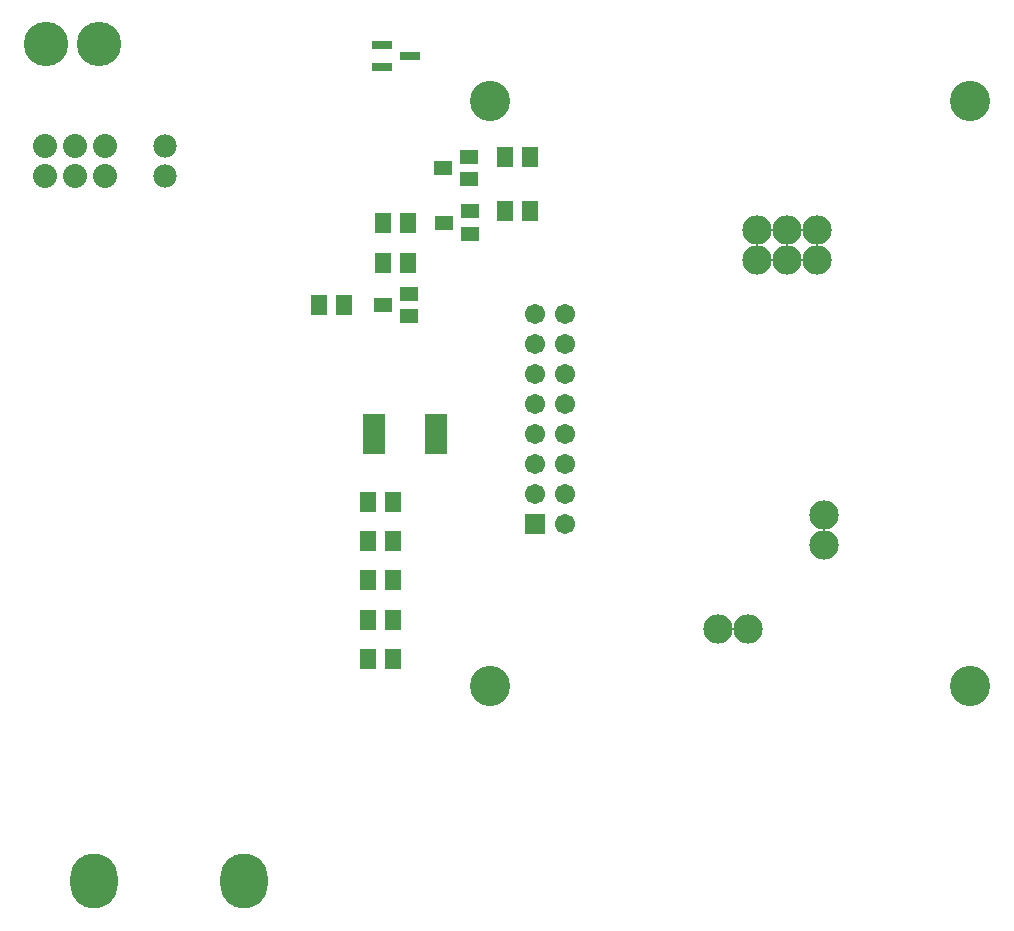
<source format=gbs>
G04 Layer_Color=16711935*
%FSLAX24Y24*%
%MOIN*%
G70*
G01*
G75*
%ADD34C,0.0671*%
%ADD35R,0.0671X0.0671*%
%ADD36O,0.1580X0.1830*%
%ADD37C,0.1480*%
%ADD38C,0.0780*%
%ADD39C,0.0800*%
%ADD40C,0.1340*%
%ADD41C,0.0980*%
%ADD42R,0.0651X0.0316*%
%ADD43R,0.0572X0.0671*%
%ADD44R,0.0781X0.1320*%
%ADD45R,0.0631X0.0474*%
D34*
X18550Y23000D02*
D03*
X17550D02*
D03*
X18550Y22000D02*
D03*
X17550D02*
D03*
X18550Y21000D02*
D03*
X17550D02*
D03*
X18550Y20000D02*
D03*
X17550D02*
D03*
X18550Y19000D02*
D03*
X17550D02*
D03*
X18550Y18000D02*
D03*
X17550D02*
D03*
X18550Y17000D02*
D03*
X17550D02*
D03*
X18550Y16000D02*
D03*
D35*
X17550D02*
D03*
D36*
X2835Y4094D02*
D03*
X7835D02*
D03*
D37*
X3000Y32000D02*
D03*
X1250D02*
D03*
D38*
X5200Y28600D02*
D03*
Y27600D02*
D03*
D39*
X3200Y28600D02*
D03*
Y27600D02*
D03*
X2200Y28600D02*
D03*
Y27600D02*
D03*
X1200Y28600D02*
D03*
Y27600D02*
D03*
D40*
X16050Y10617D02*
D03*
X32050D02*
D03*
Y30117D02*
D03*
X16050D02*
D03*
D41*
X26932Y24790D02*
D03*
Y25790D02*
D03*
X25932D02*
D03*
X24932D02*
D03*
Y24790D02*
D03*
X25932D02*
D03*
X27182Y16290D02*
D03*
Y15290D02*
D03*
X24632Y12490D02*
D03*
X23632D02*
D03*
D42*
X13363Y31600D02*
D03*
X12437Y31974D02*
D03*
Y31226D02*
D03*
D43*
X10337Y23300D02*
D03*
X11163D02*
D03*
X11987Y15438D02*
D03*
X12813D02*
D03*
X16537Y26450D02*
D03*
X17363D02*
D03*
X12487Y26050D02*
D03*
X13313D02*
D03*
X12487Y24700D02*
D03*
X13313D02*
D03*
X16537Y28250D02*
D03*
X17363D02*
D03*
X12813Y16750D02*
D03*
X11987D02*
D03*
X12813Y14125D02*
D03*
X11987D02*
D03*
X12813Y12812D02*
D03*
X11987D02*
D03*
X12813Y11500D02*
D03*
X11987D02*
D03*
D44*
X14230Y19000D02*
D03*
X12170D02*
D03*
D45*
X12467Y23300D02*
D03*
X13333Y22926D02*
D03*
Y23674D02*
D03*
X14484Y27876D02*
D03*
X15350Y27502D02*
D03*
Y28250D02*
D03*
X14517Y26050D02*
D03*
X15383Y25676D02*
D03*
Y26424D02*
D03*
M02*

</source>
